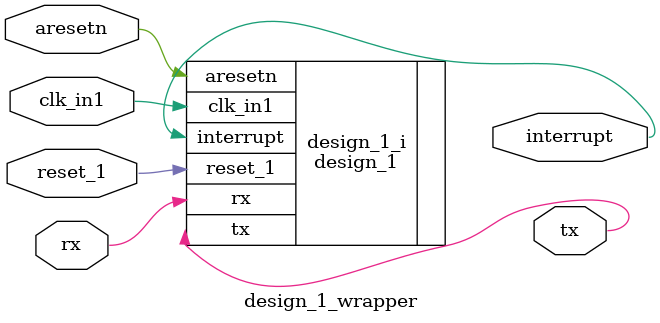
<source format=v>
`timescale 1 ps / 1 ps

module design_1_wrapper
   (aresetn,
    clk_in1,
    interrupt,
    reset_1,
    rx,
    tx);
  input aresetn;
  input clk_in1;
  output interrupt;
  input reset_1;
  input rx;
  output tx;

  wire aresetn;
  wire clk_in1;
  wire interrupt;
  wire reset_1;
  wire rx;
  wire tx;

  design_1 design_1_i
       (.aresetn(aresetn),
        .clk_in1(clk_in1),
        .interrupt(interrupt),
        .reset_1(reset_1),
        .rx(rx),
        .tx(tx));
endmodule

</source>
